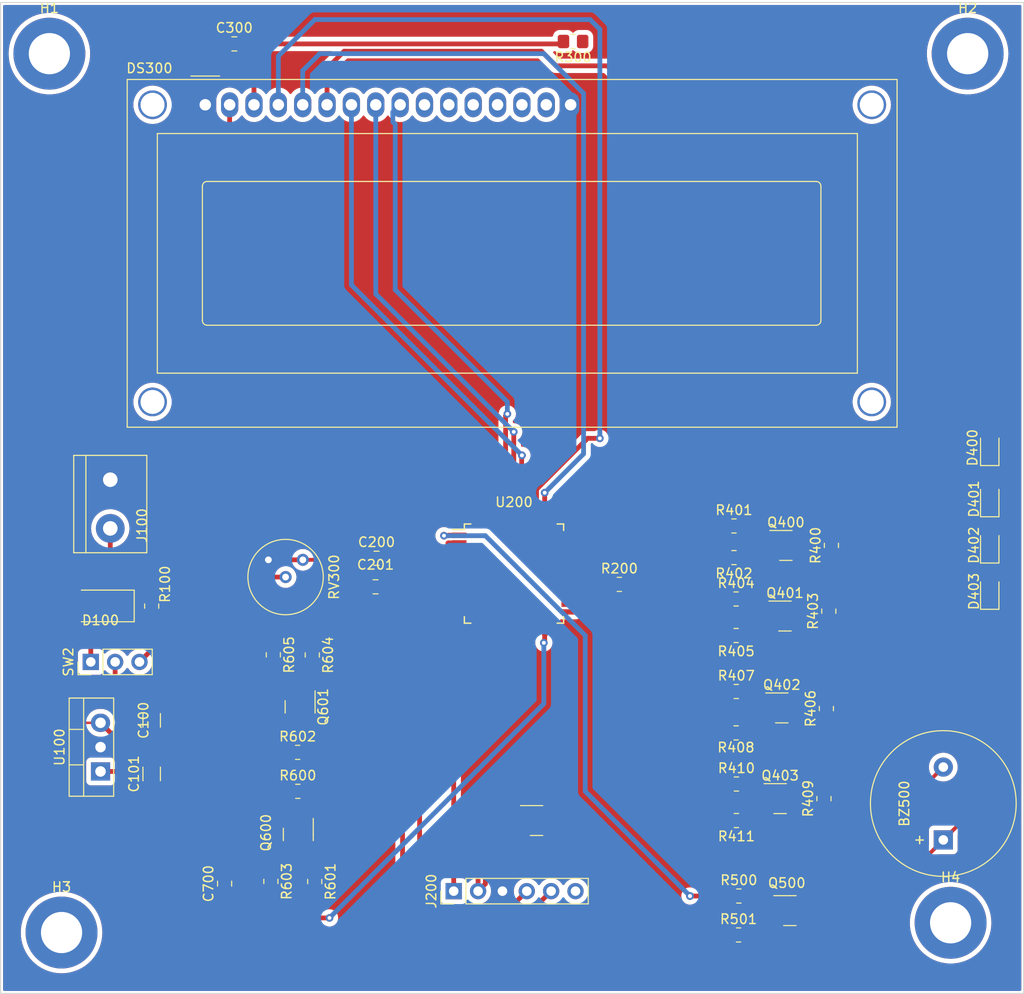
<source format=kicad_pcb>
(kicad_pcb (version 20221018) (generator pcbnew)
  (layers (0 "F.Cu" jumper) (31 "B.Cu" signal) (34 "B.Paste" user) (35 "F.Paste" user) (36 "B.SilkS" user "B.Silkscreen") (37 "F.SilkS" user "F.Silkscreen") (38 "B.Mask" user) (39 "F.Mask" user) (44 "Edge.Cuts" user))
  (net 0 "")
  (net 1 "Net-(DS300-LED(+))")
  (net 3 "/ALB")
  (net 4 "Net-(SW2-C)")
  (net 5 "/D4")
  (net 6 "/D5")
  (net 7 "/D6")
  (net 8 "/D7")
  (net 9 "/MCLR")
  (net 10 "Net-(Q601-B)")
  (net 13 "Net-(D403-K)")
  (net 19 "Net-(Q400-B)")
  (net 20 "Net-(Q401-C)")
  (net 21 "Net-(Q401-B)")
  (net 22 "Net-(Q402-C)")
  (net 24 "Net-(Q402-B)")
  (net 26 "Net-(Q403-C)")
  (net 31 "Net-(Q403-B)")
  (net 32 "Net-(Q500-B)")
  (net 35 "/E")
  (net 38 "/R{slash}W")
  (net 39 "/RS")
  (net 40 "Net-(D402-K)")
  (net 41 "/D0")
  (net 42 "/D1")
  (net 43 "/D2")
  (net 44 "/D3")
  (net 45 "GND")
  (net 46 "/GALBEN")
  (net 47 "Net-(Q601-C)")
  (net 48 "Net-(Q400-C)")
  (net 49 "/BAT")
  (net 50 "Net-(DS300-VO)")
  (net 51 "Net-(SW2-B)")
  (net 52 "/ICSPCLK")
  (net 53 "/ICSPDAT")
  (net 54 "Net-(D100-K)")
  (net 55 "Net-(D401-K)")
  (net 56 "/VERDE")
  (net 57 "/LVP")
  (net 58 "Net-(D400-K)")
  (net 59 "/ROSU")
  (net 60 "Net-(BZ500-+)")
  (net 61 "Net-(Q600-B)")
  (net 62 "Net-(Q600-C)")
  (net 63 "/5V")
  (net 64 "/TEMP")
  (net 65 "/COM_MON_BAT")
  (net 66 "/MON_BAT")
  (net 67 "/BUZZER")
  (footprint "Package_TO_SOT_SMD:SOT-23" (layer "F.Cu") (at 157.48 123.698)
    (fp_text reference "Q500")
    (fp_text value "BC817")
  )
  (footprint "Capacitor_SMD:C_1206_3216Metric_Pad1.33x1.80mm_HandSolder" (layer "F.Cu") (at 90.932 103.8475 90)
    (fp_text reference "C100")
    (fp_text value "22u")
  )
  (footprint "Resistor_SMD:R_0805_2012Metric_Pad1.20x1.40mm_HandSolder" (layer "F.Cu") (at 151.892 100.838)
    (fp_text reference "R407")
    (fp_text value "1K")
  )
  (footprint "Resistor_SMD:R_0805_2012Metric_Pad1.20x1.40mm_HandSolder" (layer "F.Cu") (at 151.908 114.3 180)
    (fp_text reference "R411")
    (fp_text value "10K")
  )
  (footprint "MountingHole:MountingHole_4.3mm_M4_DIN965_Pad" (layer "F.Cu") (at 176.022 34.29)
    (fp_text reference "H2")
    (fp_text value "MountingHole" hide)
  )
  (footprint "Resistor_SMD:R_0805_2012Metric_Pad1.20x1.40mm_HandSolder" (layer "F.Cu") (at 103.616 97.012 -90)
    (fp_text reference "R605")
    (fp_text value "10K")
  )
  (footprint "Resistor_SMD:R_0805_2012Metric_Pad1.20x1.40mm_HandSolder" (layer "F.Cu") (at 151.876 94.996 180)
    (fp_text reference "R405")
    (fp_text value "10K")
  )
  (footprint "Resistor_SMD:R_0805_2012Metric_Pad1.20x1.40mm_HandSolder" (layer "F.Cu") (at 103.362 120.65 -90)
    (fp_text reference "R603")
    (fp_text value "1K")
  )
  (footprint "Resistor_SMD:R_0805_2012Metric_Pad1.20x1.40mm_HandSolder" (layer "F.Cu") (at 90.932 91.9255 -90)
    (fp_text reference "R100")
    (fp_text value "10K")
  )
  (footprint "Resistor_SMD:R_0805_2012Metric_Pad1.20x1.40mm_HandSolder" (layer "F.Cu") (at 107.68 97.028 -90)
    (fp_text reference "R604")
    (fp_text value "1K")
  )
  (footprint "LED_SMD:LED_0805_2012Metric_Pad1.15x1.40mm_HandSolder" (layer "F.Cu") (at 178.324 75.404 90)
    (fp_text reference "D400")
    (fp_text value "LED")
  )
  (footprint "Capacitor_SMD:C_0805_2012Metric_Pad1.18x1.45mm_HandSolder" (layer "F.Cu") (at 114.378 86.9345)
    (fp_text reference "C200")
    (fp_text value "100n")
  )
  (footprint "Buzzer_Beeper:Buzzer_15x7.5RM7.6" (layer "F.Cu") (at 173.482 116.322 90)
    (fp_text reference "BZ500")
    (fp_text value "Buzzer")
  )
  (footprint "Resistor_SMD:R_0805_2012Metric_Pad1.20x1.40mm_HandSolder" (layer "F.Cu") (at 151.876 105.156 180)
    (fp_text reference "R408")
    (fp_text value "10K")
  )
  (footprint "Resistor_SMD:R_0805_2012Metric_Pad1.20x1.40mm_HandSolder" (layer "F.Cu") (at 106.156 107.188)
    (fp_text reference "R602")
    (fp_text value "1K")
  )
  (footprint "MountingHole:MountingHole_4.3mm_M4_DIN965_Pad" (layer "F.Cu") (at 81.534 125.984)
    (fp_text reference "H3")
    (fp_text value "MountingHole")
  )
  (footprint "Resistor_SMD:R_0805_2012Metric_Pad1.20x1.40mm_HandSolder" (layer "F.Cu") (at 151.876 91.186)
    (fp_text reference "R404")
    (fp_text value "1K")
  )
  (footprint "Capacitor_SMD:C_1206_3216Metric_Pad1.33x1.80mm_HandSolder" (layer "F.Cu") (at 90.932 109.4355 90)
    (fp_text reference "C101")
    (fp_text value "22u")
  )
  (footprint "Resistor_SMD:R_0805_2012Metric_Pad1.20x1.40mm_HandSolder" (layer "F.Cu") (at 152.162 122.174)
    (fp_text reference "R500")
    (fp_text value "1K")
  )
  (footprint "Package_QFP:TQFP-44_10x10mm_P0.8mm" (layer "F.Cu") (at 128.714 88.534)
    (fp_text reference "U200")
    (fp_text value "PIC16F1937-IPT" hide)
  )
  (footprint "Package_TO_SOT_SMD:SOT-23" (layer "F.Cu") (at 157.0665 85.598)
    (fp_text reference "Q400")
    (fp_text value "BC817")
  )
  (footprint "Connector_PinHeader_2.54mm:PinHeader_1x06_P2.54mm_Vertical" (layer "F.Cu") (at 122.428 121.666 90)
    (fp_text reference "J200")
    (fp_text value "Conn_01x06")
  )
  (footprint "Resistor_SMD:R_0805_2012Metric_Pad1.20x1.40mm_HandSolder" (layer "F.Cu") (at 106.172 111.252)
    (fp_text reference "R600")
    (fp_text value "10K")
  )
  (footprint "Resistor_SMD:R_0805_2012Metric_Pad1.20x1.40mm_HandSolder" (layer "F.Cu") (at 161.544 92.456 90)
    (fp_text reference "R403")
    (fp_text value "280")
  )
  (footprint "Display:WC1602A" (layer "F.Cu") (at 96.52 39.624)
    (fp_text reference "DS300")
    (fp_text value "WC1602A")
  )
  (footprint "Resistor_SMD:R_0805_2012Metric_Pad1.20x1.40mm_HandSolder" (layer "F.Cu") (at 161.29 102.616 90)
    (fp_text reference "R406")
    (fp_text value "280")
  )
  (footprint "Resistor_SMD:R_0805_2012Metric_Pad1.20x1.40mm_HandSolder" (layer "F.Cu") (at 134.874 33.02 180)
    (fp_text reference "R300")
    (fp_text value "100")
  )
  (footprint "Capacitor_SMD:C_0805_2012Metric_Pad1.18x1.45mm_HandSolder" (layer "F.Cu") (at 99.5465 33.274)
    (fp_text reference "C300")
    (fp_text value "100nF")
  )
  (footprint "Capacitor_SMD:C_0805_2012Metric_Pad1.18x1.45mm_HandSolder" (layer "F.Cu") (at 114.2785 89.916)
    (fp_text reference "C201")
    (fp_text value "100n")
  )
  (footprint "Package_TO_SOT_SMD:SOT-23" (layer "F.Cu") (at 156.972 92.964)
    (fp_text reference "Q401")
    (fp_text value "BC817")
  )
  (footprint "LED_SMD:LED_0805_2012Metric_Pad1.15x1.40mm_HandSolder" (layer "F.Cu") (at 178.324 80.747 90)
    (fp_text reference "D401")
    (fp_text value "LED")
  )
  (footprint "LED_SMD:LED_0805_2012Metric_Pad1.15x1.40mm_HandSolder" (layer "F.Cu") (at 178.324 90.399 90)
    (fp_text reference "D403")
    (fp_text value "LED")
  )
  (footprint "TerminalBlock:TerminalBlock_bornier-2_P5.08mm" (layer "F.Cu") (at 86.614 78.74 -90)
    (fp_text reference "J100")
    (fp_text value "Conn_01x02")
  )
  (footprint "Package_TO_SOT_SMD:SOT-23" (layer "F.Cu") (at 106.222 115.7455 -90)
    (fp_text reference "Q600")
    (fp_text value "BC807")
  )
  (footprint "Resistor_SMD:R_0805_2012Metric_Pad1.20x1.40mm_HandSolder" (layer "F.Cu") (at 151.908 110.49)
    (fp_text reference "R410")
    (fp_text value "1K")
  )
  (footprint "Package_TO_SOT_SMD:SOT-23" (layer "F.Cu") (at 156.464 112.014)
    (fp_text reference "Q403")
    (fp_text value "BC817")
  )
  (footprint "Connector_PinHeader_2.54mm:PinHeader_1x03_P2.54mm_Vertical" (layer "F.Cu") (at 84.582 97.7515 90)
    (fp_text reference "SW2")
    (fp_text value "SW_SPDT")
  )
  (footprint "Resistor_SMD:R_0805_2012Metric_Pad1.20x1.40mm_HandSolder" (layer "F.Cu") (at 139.7 89.662)
    (fp_text reference "R200")
    (fp_text value "10k")
  )
  (footprint "Resistor_SMD:R_0805_2012Metric_Pad1.20x1.40mm_HandSolder" (layer "F.Cu") (at 161.814 85.598 90)
    (fp_text reference "R400")
    (fp_text value "280")
  )
  (footprint "Potentiometer_THT:Potentiometer_Bourns_3339H_Vertical" (layer "F.Cu") (at 103.102 87.1 -90)
    (fp_text reference "RV300")
    (fp_text value "10k")
  )
  (footprint "MountingHole:MountingHole_4.3mm_M4_DIN965_Pad" (layer "F.Cu") (at 174.244 124.968)
    (fp_text reference "H4")
    (fp_text value "MountingHole")
  )
  (footprint "MountingHole:MountingHole_4.3mm_M4_DIN965_Pad" (layer "F.Cu") (at 80.264 34.29)
    (fp_text reference "H1")
    (fp_text value "MountingHole")
  )
  (footprint "Diode_SMD:D_SMA" (layer "F.Cu") (at 85.598 91.9095 180)
    (fp_text reference "D100")
    (fp_text value "US1A")
  )
  (footprint "Resistor_SMD:R_0805_2012Metric_Pad1.20x1.40mm_HandSolder" (layer "F.Cu") (at 161.036 112.014 90)
    (fp_text reference "R409")
    (fp_text value "280")
  )
  (footprint "LED_SMD:LED_0805_2012Metric_Pad1.15x1.40mm_HandSolder" (layer "F.Cu") (at 178.324 85.573 90)
    (fp_text reference "D402")
    (fp_text value "LED")
  )
  (footprint "Package_TO_SOT_SMD:SOT-23" (layer "F.Cu") (at 131.064 114.3)
    (fp_text reference "U700" hide)
    (fp_text value "MCP9700x-ETT")
  )
  (footprint "Package_TO_SOT_SMD:SOT-23" (layer "F.Cu") (at 106.41 102.4405 -90)
    (fp_text reference "Q601")
    (fp_text value "BC817")
  )
  (footprint "Resistor_SMD:R_0805_2012Metric_Pad1.20x1.40mm_HandSolder" (layer "F.Cu") (at 151.654 86.868 180)
    (fp_text reference "R402")
    (fp_text value "10K")
  )
  (footprint "Resistor_SMD:R_0805_2012Metric_Pad1.20x1.40mm_HandSolder" (layer "F.Cu") (at 107.934 120.666 -90)
    (fp_text reference "R601")
    (fp_text value "3K")
  )
  (footprint "Capacitor_SMD:C_0805_2012Metric_Pad1.18x1.45mm_HandSolder" (layer "F.Cu") (at 98.536 120.8825 90)
    (fp_text reference "C700")
    (fp_text value "100n")
  )
  (footprint "Package_TO_SOT_THT:TO-220-3_Vertical" (layer "F.Cu") (at 85.598 109.1815 90)
    (fp_text reference "U100")
    (fp_text value "LM7805_TO220")
  )
  (footprint "Resistor_SMD:R_0805_2012Metric_Pad1.20x1.40mm_HandSolder" (layer "F.Cu") (at 152.13 126.238)
    (fp_text reference "R501")
    (fp_text value "10K")
  )
  (footprint "Resistor_SMD:R_0805_2012Metric_Pad1.20x1.40mm_HandSolder" (layer "F.Cu") (at 151.654 83.566)
    (fp_text reference "R401")
    (fp_text value "1K")
  )
  (footprint "Package_TO_SOT_SMD:SOT-23" (layer "F.Cu") (at 156.6395 102.55)
    (fp_text reference "Q402")
    (fp_text value "BC817")
  )
  (gr_rect (start 75.184 28.956) (end 181.864 132.334) (stroke (width 0.1)) (fill none) (layer "Edge.Cuts"))
  (segment (start 89.662 97.7515) (end 92.964 94.4495) (width 0.5) (layer "F.Cu") (net 4))
  (segment (start 92.964 94.4495) (end 92.964 91.948) (width 0.5) (layer "F.Cu") (net 4))
  (segment (start 91.4465 90.9255) (end 90.932 90.9255) (width 0.5) (layer "F.Cu") (net 4))
  (segment (start 91.694 90.678) (end 91.4465 90.9255) (width 0.5) (layer "F.Cu") (net 4))
  (segment (start 92.964 91.948) (end 91.694 90.678) (width 0.5) (layer "F.Cu") (net 4))
  (segment (start 121.862082 85.334) (end 123.014 85.334) (width 0.5) (layer "F.Cu") (net 5))
  (segment (start 121.822 85.432) (end 121.822 85.374082) (width 0.5) (layer "F.Cu") (net 5))
  (segment (start 121.822 85.374082) (end 121.862082 85.334) (width 0.5) (layer "F.Cu") (net 5))
  (segment (start 123.014 87.734) (end 121.764 87.734) (width 0.5) (layer "F.Cu") (net 8))
  (segment (start 122.428 121.666) (end 122.428 106.426) (width 0.5) (layer "F.Cu") (net 9))
  (segment (start 129.514 94.234) (end 129.514 99.34) (width 0.5) (layer "F.Cu") (net 9))
  (segment (start 129.514 99.34) (end 122.428 106.426) (width 0.5) (layer "F.Cu") (net 9))
  (segment (start 107.36 101.503) (end 107.36 98.348) (width 0.5) (layer "F.Cu") (net 10))
  (segment (start 107.664 98.012) (end 107.68 98.028) (width 0.4) (layer "F.Cu") (net 10))
  (segment (start 103.616 98.012) (end 107.664 98.012) (width 0.4) (layer "F.Cu") (net 10))
  (segment (start 107.36 98.348) (end 107.68 98.028) (width 0.5) (layer "F.Cu") (net 10))
  (segment (start 103.632 98.028) (end 103.616 98.012) (width 0.4) (layer "F.Cu") (net 10))
  (segment (start 178.07 91.678) (end 178.324 91.424) (width 0.25) (layer "F.Cu") (net 13))
  (segment (start 161.036 111.014) (end 161.528 111.014) (width 0.25) (layer "F.Cu") (net 13))
  (segment (start 178.324 91.424) (end 178.324 93.726) (width 0.25) (layer "F.Cu") (net 13))
  (segment (start 178.324 93.726) (end 161.036 111.014) (width 0.25) (layer "F.Cu") (net 13))
  (segment (start 152.654 83.566) (end 152.654 86.868) (width 0.25) (layer "F.Cu") (net 19))
  (segment (start 152.654 83.566) (end 155.047 83.566) (width 0.25) (layer "F.Cu") (net 19))
  (segment (start 155.047 83.566) (end 156.129 84.648) (width 0.25) (layer "F.Cu") (net 19))
  (segment (start 157.9095 92.964) (end 161.052 92.964) (width 0.25) (layer "F.Cu") (net 20))
  (segment (start 161.052 92.964) (end 161.544 93.456) (width 0.25) (layer "F.Cu") (net 20))
  (segment (start 153.704 92.014) (end 156.0345 92.014) (width 0.25) (layer "F.Cu") (net 21))
  (segment (start 152.876 91.186) (end 152.876 94.996) (width 0.25) (layer "F.Cu") (net 21))
  (segment (start 152.876 91.186) (end 153.704 92.014) (width 0.25) (layer "F.Cu") (net 21))
  (segment (start 160.224 102.55) (end 161.29 103.616) (width 0.25) (layer "F.Cu") (net 22))
  (segment (start 157.577 102.55) (end 160.224 102.55) (width 0.25) (layer "F.Cu") (net 22))
  (segment (start 153.654 101.6) (end 152.892 100.838) (width 0.3) (layer "F.Cu") (net 24))
  (segment (start 155.702 101.6) (end 153.654 101.6) (width 0.3) (layer "F.Cu") (net 24))
  (segment (start 152.876 100.854) (end 152.892 100.838) (width 0.3) (layer "F.Cu") (net 24))
  (segment (start 152.876 105.156) (end 152.876 100.854) (width 0.3) (layer "F.Cu") (net 24))
  (segment (start 160.036 112.014) (end 161.036 113.014) (width 0.25) (layer "F.Cu") (net 26))
  (segment (start 157.4015 112.014) (end 160.036 112.014) (width 0.25) (layer "F.Cu") (net 26))
  (segment (start 152.908 110.49) (end 153.482 111.064) (width 0.25) (layer "F.Cu") (net 31))
  (segment (start 153.482 111.064) (end 155.5265 111.064) (width 0.25) (layer "F.Cu") (net 31))
  (segment (start 152.908 114.3) (end 152.908 110.49) (width 0.25) (layer "F.Cu") (net 31))
  (segment (start 156.5425 122.748) (end 153.736 122.748) (width 0.5) (layer "F.Cu") (net 32))
  (segment (start 153.13 122.206) (end 153.162 122.174) (width 0.5) (layer "F.Cu") (net 32))
  (segment (start 153.736 122.748) (end 153.162 122.174) (width 0.5) (layer "F.Cu") (net 32))
  (segment (start 153.13 126.238) (end 153.13 122.206) (width 0.5) (layer "F.Cu") (net 32))
  (segment (start 134.414 85.334) (end 135.539 85.334) (width 0.5) (layer "F.Cu") (net 35))
  (segment (start 109.22 35.814) (end 109.22 39.624) (width 0.5) (layer "F.Cu") (net 35))
  (segment (start 139.446 81.427) (end 139.446 36.576) (width 0.5) (layer "F.Cu") (net 35))
  (segment (start 135.539 85.334) (end 139.446 81.427) (width 0.5) (layer "F.Cu") (net 35))
  (segment (start 133.096 35.56) (end 131.572 34.036) (width 0.5) (layer "F.Cu") (net 35))
  (segment (start 110.998 34.036) (end 109.22 35.814) (width 0.5) (layer "F.Cu") (net 35))
  (segment (start 138.43 35.56) (end 133.096 35.56) (width 0.5) (layer "F.Cu") (net 35))
  (segment (start 139.446 36.576) (end 138.43 35.56) (width 0.5) (layer "F.Cu") (net 35))
  (segment (start 131.572 34.036) (end 110.998 34.036) (width 0.5) (layer "F.Cu") (net 35))
  (segment (start 131.826 80.01) (end 131.914 80.098) (width 0.5) (layer "F.Cu") (net 38))
  (segment (start 131.914 82.834) (end 131.914 80.098) (width 0.5) (layer "F.Cu") (net 38))
  (via (at 131.914 80.098) (size 0.8) (drill 0.4) (layers "F.Cu" "B.Cu") (net 38))
  (segment (start 131.914 80.098) (end 135.97 76.042) (width 0.5) (layer "B.Cu") (net 38))
  (segment (start 108.458 34.29) (end 106.68 36.068) (width 0.5) (layer "B.Cu") (net 38))
  (segment (start 135.97 76.042) (end 135.97 38.434) (width 0.5) (layer "B.Cu") (net 38))
  (segment (start 106.68 36.068) (end 106.68 39.624) (width 0.5) (layer "B.Cu") (net 38))
  (segment (start 135.97 38.434) (end 131.826 34.29) (width 0.5) (layer "B.Cu") (net 38))
  (segment (start 131.826 34.29) (end 108.458 34.29) (width 0.5) (layer "B.Cu") (net 38))
  (segment (start 131.114 82.834) (end 131.064 82.784) (width 0.5) (layer "F.Cu") (net 39))
  (segment (start 131.064 82.784) (end 131.064 79.745918) (width 0.5) (layer "F.Cu") (net 39))
  (segment (start 136.387918 74.422) (end 137.668 74.422) (width 0.5) (layer "F.Cu") (net 39))
  (segment (start 136.133918 74.676) (end 136.144 74.676) (width 0.5) (layer "F.Cu") (net 39))
  (segment (start 131.064 79.745918) (end 136.387918 74.422) (width 0.5) (layer "F.Cu") (net 39))
  (via (at 137.668 74.422) (size 0.8) (drill 0.4) (layers "F.Cu" "B.Cu") (net 39))
  (segment (start 137.668 31.75) (end 136.652 30.734) (width 0.5) (layer "B.Cu") (net 39))
  (segment (start 136.652 30.734) (end 107.95 30.734) (width 0.5) (layer "B.Cu") (net 39))
  (segment (start 107.95 30.734) (end 104.14 34.544) (width 0.5) (layer "B.Cu") (net 39))
  (segment (start 104.14 34.544) (end 104.14 39.624) (width 0.5) (layer "B.Cu") (net 39))
  (segment (start 137.668 74.422) (end 137.668 31.75) (width 0.5) (layer "B.Cu") (net 39))
  (segment (start 178.324 86.598) (end 163.306 101.616) (width 0.4) (layer "F.Cu") (net 40))
  (segment (start 163.306 101.616) (end 161.29 101.616) (width 0.4) (layer "F.Cu") (net 40))
  (segment (start 129.514 82.834) (end 129.514 76.226) (width 0.5) (layer "F.Cu") (net 41))
  (segment (start 129.514 76.226) (end 129.54 76.2) (width 0.5) (layer "F.Cu") (net 41))
  (via (at 129.54 76.2) (size 0.8) (drill 0.4) (layers "F.Cu" "B.Cu") (net 41))
  (via (at 129.54 76.2) (size 0.8) (drill 0.4) (layers "F.Cu" "B.Cu") (net 41))
  (segment (start 111.76 39.624) (end 111.76 58.42) (width 0.5) (layer "B.Cu") (net 41))
  (segment (start 111.76 58.42) (end 129.54 76.2) (width 0.5) (layer "B.Cu") (net 41))
  (segment (start 128.69 82.81) (end 128.69 73.748) (width 0.5) (layer "F.Cu") (net 42))
  (segment (start 128.778 73.66) (end 128.69 73.748) (width 0.5) (layer "F.Cu") (net 42))
  (segment (start 128.714 82.834) (end 128.69 82.81) (width 0.5) (layer "F.Cu") (net 42))
  (via (at 128.69 73.748) (size 0.8) (drill 0.4) (layers "F.Cu" "B.Cu") (net 42))
  (segment (start 128.69 73.748) (end 114.3 59.358) (width 0.5) (layer "B.Cu") (net 42))
  (segment (start 114.3 59.358) (end 114.3 39.624) (width 0.5) (layer "B.Cu") (net 42))
  (segment (start 127.914 82.834) (end 127.84 82.76) (width 0.5) (layer "F.Cu") (net 43))
  (segment (start 127.84 82.76) (end 127.84 72.058) (width 0.5) (layer "F.Cu") (net 43))
  (segment (start 127.84 72.058) (end 128.020688 71.877312) (width 0.5) (layer "F.Cu") (net 43))
  (via (at 128.020688 71.877312) (size 0.8) (drill 0.4) (layers "F.Cu" "B.Cu") (net 43))
  (segment (start 128.020688 70.616688) (end 116.332 58.928) (width 0.5) (layer "B.Cu") (net 43))
  (segment (start 116.332 58.928) (end 116.332 41.656) (width 0.5) (layer "B.Cu") (net 43))
  (segment (start 116.332 41.656) (end 116.078 41.402) (width 0.5) (layer "B.Cu") (net 43))
  (segment (start 116.078 41.402) (end 116.078 40.386) (width 0.5) (layer "B.Cu") (net 43))
  (segment (start 128.020688 71.877312) (end 128.020688 70.616688) (width 0.5) (layer "B.Cu") (net 43))
  (segment (start 116.078 40.386) (end 116.84 39.624) (width 0.5) (layer "B.Cu") (net 43))
  (segment (start 115.062 87.1225) (end 115.062 87.6295) (width 0.4) (layer "F.Cu") (net 45))
  (segment (start 98.536 119.65) (end 98.536 119.845) (width 0.3) (layer "F.Cu") (net 45))
  (segment (start 147.978 87.734) (end 134.414 87.734) (width 0.25) (layer "F.Cu") (net 45))
  (segment (start 150.876 114.332) (end 150.908 114.3) (width 0.2) (layer "F.Cu") (net 45))
  (segment (start 115.0405 87.144) (end 115.062 87.1225) (width 0.4) (layer "F.Cu") (net 45))
  (segment (start 155.5265 112.964) (end 155.5265 113.259317) (width 0.2) (layer "F.Cu") (net 45))
  (segment (start 156.5425 124.648) (end 156.509949 124.648) (width 0.5) (layer "F.Cu") (net 45))
  (segment (start 150.654 86.868) (end 148.844 86.868) (width 0.25) (layer "F.Cu") (net 45))
  (segment (start 98.071 119.38) (end 98.012 119.38) (width 0.25) (layer "F.Cu") (net 45))
  (segment (start 105.46 101.503) (end 105.458472 101.503) (width 0.3) (layer "F.Cu") (net 45))
  (segment (start 155.57 103.632) (end 155.702 103.5) (width 0.25) (layer "F.Cu") (net 45))
  (segment (start 148.844 86.868) (end 147.978 87.734) (width 0.25) (layer "F.Cu") (net 45))
  (segment (start 85.598 106.6415) (end 85.9105 106.6415) (width 0.5) (layer "F.Cu") (net 45))
  (segment (start 105.156 104.632) (end 106.41 103.378) (width 0.5) (layer "F.Cu") (net 47))
  (segment (start 105.156 107.188) (end 105.156 104.632) (width 0.5) (layer "F.Cu") (net 47))
  (segment (start 159.004 86.598) (end 161.814 86.598) (width 0.25) (layer "F.Cu") (net 48))
  (segment (start 158.004 85.598) (end 159.004 86.598) (width 0.25) (layer "F.Cu") (net 48))
  (segment (start 105.272 114.808) (end 105.272 113.152) (width 0.5) (layer "F.Cu") (net 49))
  (segment (start 95.504 113.03) (end 97.028 114.554) (width 0.5) (layer "F.Cu") (net 49))
  (segment (start 97.028 114.554) (end 105.018 114.554) (width 0.5) (layer "F.Cu") (net 49))
  (segment (start 86.6075 88.9) (end 86.614 88.8935) (width 0.5) (layer "F.Cu") (net 49))
  (segment (start 105.018 114.554) (end 105.272 114.808) (width 0.5) (layer "F.Cu") (net 49))
  (segment (start 91.694 88.9) (end 94.234 91.44) (width 0.5) (layer "F.Cu") (net 49))
  (segment (start 94.234 91.44) (end 94.234 105.41) (width 0.5) (layer "F.Cu") (net 49))
  (segment (start 95.504 106.68) (end 95.504 113.03) (width 0.5) (layer "F.Cu") (net 49))
  (segment (start 83.598 91.9095) (end 86.6075 88.9) (width 0.5) (layer "F.Cu") (net 49))
  (segment (start 86.614 88.8935) (end 86.614 83.82) (width 0.5) (layer "F.Cu") (net 49))
  (segment (start 94.234 105.41) (end 95.504 106.68) (width 0.5) (layer "F.Cu") (net 49))
  (segment (start 107.172 111.252) (end 107.188 111.268) (width 0.5) (layer "F.Cu") (net 49))
  (segment (start 105.272 113.152) (end 107.172 111.252) (width 0.5) (layer "F.Cu") (net 49))
  (segment (start 86.6075 88.9) (end 91.694 88.9) (width 0.5) (layer "F.Cu") (net 49))
  (segment (start 96.266 36.068) (end 100.838 36.068) (width 0.5) (layer "F.Cu") (net 50))
  (segment (start 104.898051 88.896051) (end 103.3707 88.896051) (width 0.5) (layer "F.Cu") (net 50))
  (segment (start 93.98 38.354) (end 96.266 36.068) (width 0.5) (layer "F.Cu") (net 50))
  (segment (start 100.838 36.068) (end 101.6 36.83) (width 0.5) (layer "F.Cu") (net 50))
  (segment (start 103.3707 88.896051) (end 93.98 79.505351) (width 0.5) (layer "F.Cu") (net 50))
  (segment (start 93.98 79.505351) (end 93.98 38.354) (width 0.5) (layer "F.Cu") (net 50))
  (segment (start 101.6 36.83) (end 101.6 39.624) (width 0.5) (layer "F.Cu") (net 50))
  (segment (start 89.662 105.41) (end 90.932 105.41) (width 0.5) (layer "F.Cu") (net 51))
  (segment (start 92.456 105.41) (end 90.932 105.41) (width 0.5) (layer "F.Cu") (net 51))
  (segment (start 87.884 110.998) (end 90.17 113.284) (width 0.5) (layer "F.Cu") (net 51))
  (segment (start 87.122 102.87) (end 89.662 105.41) (width 0.5) (layer "F.Cu") (net 51))
  (segment (start 87.3375 109.1815) (end 87.884 109.728) (width 0.5) (layer "F.Cu") (net 51))
  (segment (start 93.726 112.014) (end 93.726 106.68) (width 0.5) (layer "F.Cu") (net 51))
  (segment (start 87.884 109.728) (end 87.884 110.998) (width 0.5) (layer "F.Cu") (net 51))
  (segment (start 87.122 97.7515) (end 87.122 102.87) (width 0.5) (layer "F.Cu") (net 51))
  (segment (start 93.726 106.68) (end 92.456 105.41) (width 0.5) (layer "F.Cu") (net 51))
  (segment (start 85.598 109.1815) (end 87.3375 109.1815) (width 0.5) (layer "F.Cu") (net 51))
  (segment (start 92.456 113.284) (end 93.726 112.014) (width 0.5) (layer "F.Cu") (net 51))
  (segment (start 90.17 113.284) (end 92.456 113.284) (width 0.5) (layer "F.Cu") (net 51))
  (segment (start 128.524 125.73) (end 119.126 125.73) (width 0.5) (layer "F.Cu") (net 52))
  (segment (start 132.588 121.666) (end 128.524 125.73) (width 0.5) (layer "F.Cu") (net 52))
  (segment (start 117.094 123.698) (end 117.094 109.728) (width 0.5) (layer "F.Cu") (net 52))
  (segment (start 117.094 109.728) (end 127.914 98.908) (width 0.5) (layer "F.Cu") (net 52))
  (segment (start 119.126 125.73) (end 117.094 123.698) (width 0.5) (layer "F.Cu") (net 52))
  (segment (start 127.914 98.908) (end 127.914 94.234) (width 0.5) (layer "F.Cu") (net 52))
  (segment (start 128.714 99.09795) (end 119.126 108.68595) (width 0.5) (layer "F.Cu") (net 53))
  (segment (start 118.872 122.936) (end 119.888 123.952) (width 0.5) (layer "F.Cu") (net 53))
  (segment (start 127.762 123.952) (end 130.048 121.666) (width 0.5) (layer "F.Cu") (net 53))
  (segment (start 119.126 108.68595) (end 119.126 108.712) (width 0.5) (layer "F.Cu") (net 53))
  (segment (start 119.126 108.712) (end 118.872 108.966) (width 0.5) (layer "F.Cu") (net 53))
  (segment (start 118.872 108.966) (end 118.872 122.936) (width 0.5) (layer "F.Cu") (net 53))
  (segment (start 128.714 94.234) (end 128.714 99.09795) (width 0.5) (layer "F.Cu") (net 53))
  (segment (start 119.888 123.952) (end 127.762 123.952) (width 0.5) (layer "F.Cu") (net 53))
  (segment (start 87.598 93.25) (end 84.582 96.266) (width 0.5) (layer "F.Cu") (net 54))
  (segment (start 84.582 96.266) (end 84.582 97.7515) (width 0.5) (layer "F.Cu") (net 54))
  (segment (start 87.598 91.9095) (end 87.598 93.25) (width 0.5) (layer "F.Cu") (net 54))
  (segment (start 178.324 81.772) (end 168.64 91.456) (width 0.4) (layer "F.Cu") (net 55))
  (segment (start 168.64 91.456) (end 161.544 91.456) (width 0.4) (layer "F.Cu") (net 55))
  (segment (start 178.324 76.429) (end 170.155 84.598) (width 0.25) (layer "F.Cu") (net 58))
  (segment (start 170.155 84.598) (end 161.814 84.598) (width 0.25) (layer "F.Cu") (net 58))
  (segment (start 158.506 123.698) (end 158.4175 123.698) (width 0.4) (layer "F.Cu") (net 60))
  (segment (start 173.482 108.722) (end 158.506 123.698) (width 0.4) (layer "F.Cu") (net 60))
  (segment (start 107.442 110.102) (end 106.322 110.102) (width 0.5) (layer "F.Cu") (net 61))
  (segment (start 106.322 110.102) (end 105.172 111.252) (width 0.5) (layer "F.Cu") (net 61))
  (segment (start 107.156 109.816) (end 107.442 110.102) (width 0.5) (layer "F.Cu") (net 61))
  (segment (start 107.816 110.102) (end 107.442 110.102) (width 0.5) (layer "F.Cu") (net 61))
  (segment (start 107.156 107.188) (end 107.156 109.816) (width 0.5) (layer "F.Cu") (net 61))
  (segment (start 108.222 113.758) (end 108.222 110.508) (width 0.5) (layer "F.Cu") (net 61))
  (segment (start 108.222 110.508) (end 107.816 110.102) (width 0.5) (layer "F.Cu") (net 61))
  (segment (start 107.172 114.808) (end 108.222 113.758) (width 0.5) (layer "F.Cu") (net 61))
  (segment (start 107.934 121.666) (end 109.084 120.516) (width 0.5) (layer "F.Cu") (net 62))
  (segment (start 109.084 120.516) (end 109.084 118.99) (width 0.5) (layer "F.Cu") (net 62))
  (segment (start 109.084 118.99) (end 106.777 116.683) (width 0.5) (layer "F.Cu") (net 62))
  (segment (start 106.777 116.683) (end 106.222 116.683) (width 0.5) (layer "F.Cu") (net 62))
  (segment (start 96.012 77.724) (end 96.012 44.958) (width 0.5) (layer "F.Cu") (net 63))
  (segment (start 113.3405 86.9345) (end 113.175 87.1) (width 0.4) (layer "F.Cu") (net 63))
  (segment (start 98.79 122.174) (end 98.536 121.92) (width 0.3) (layer "F.Cu") (net 63))
  (segment (start 79.0325 104.1015) (end 85.598 104.1015) (width 0.25) (layer "F.Cu") (net 63))
  (segment (start 138.43 126.238) (end 141.478 129.286) (width 0.5) (layer "F.Cu") (net 63))
  (segment (start 98.536 121.92) (end 85.852 121.92) (width 0.25) (layer "F.Cu") (net 63))
  (segment (start 96.012 44.958) (end 99.06 41.91) (width 0.5) (layer "F.Cu") (net 63))
  (segment (start 179.349 85.573) (end 179.349 88.349) (width 0.25) (layer "F.Cu") (net 63))
  (segment (start 179.349 90.399) (end 178.324 89.374) (width 0.25) (layer "F.Cu") (net 63))
  (segment (start 99.06 41.91) (end 99.06 39.624) (width 0.5) (layer "F.Cu") (net 63))
  (segment (start 179.349 83.523) (end 178.324 84.548) (width 0.25) (layer "F.Cu") (net 63))
  (segment (start 98.298 122.158) (end 98.536 121.92) (width 0.5) (layer "F.Cu") (net 63))
  (segment (start 124.968 121.666) (end 124.968 119.38) (width 0.5) (layer "F.Cu") (net 63))
  (segment (start 126.238 118.11) (end 137.16 118.11) (width 0.5) (layer "F.Cu") (net 63))
  (segment (start 179.349 80.747) (end 179.349 83.523) (width 0.25) (layer "F.Cu") (net 63))
  (segment (start 122.94 89.408) (end 123.014 89.334) (width 0.4) (layer "F.Cu") (net 63))
  (segment (start 178.324 74.379) (end 179.349 75.404) (width 0.25) (layer "F.Cu") (net 63))
  (segment (start 133.62 33.274) (end 133.874 33.02) (width 0.5) (layer "F.Cu") (net 63))
  (segment (start 136.398 119.126) (end 137.414 120.142) (width 0.5) (layer "F.Cu") (net 63))
  (segment (start 113.904 92.568) (end 119.888 92.568) (width 0.4) (layer "F.Cu") (net 63))
  (segment (start 98.298 124.46) (end 98.298 122.158) (width 0.5) (layer "F.Cu") (net 63))
  (segment (start 127.762 113.284) (end 126.238 114.808) (width 0.5) (layer "F.Cu") (net 63))
  (segment (start 178.324 84.548) (end 179.349 85.573) (width 0.25) (layer "F.Cu") (net 63))
  (segment (start 179.349 75.404) (end 179.349 78.697) (width 0.25) (layer "F.Cu") (net 63))
  (segment (start 160.904 128.9) (end 160.772 129.032) (width 0.4) (layer "F.Cu") (net 63))
  (segment (start 130.1265 113.35) (end 130.0605 113.284) (width 0.5) (layer "F.Cu") (net 63))
  (segment (start 100.584 33.274) (end 101.092 33.782) (width 0.5) (layer "F.Cu") (net 63))
  (segment (start 113.241 87.034) (end 113.3405 86.9345) (width 0.4) (layer "F.Cu") (net 63))
  (segment (start 173.482 116.322) (end 179.424 110.38) (width 0.4) (layer "F.Cu") (net 63))
  (segment (start 113.241 89.916) (end 113.2625 89.8945) (width 0.4) (layer "F.Cu") (net 63))
  (segment (start 113.241 89.916) (end 113.584261 89.916) (width 0.4) (layer "F.Cu") (net 63))
  (segment (start 78.232 104.902) (end 79.0325 104.1015) (width 0.25) (layer "F.Cu") (net 63))
  (segment (start 179.349 78.697) (end 178.324 79.722) (width 0.25) (layer "F.Cu") (net 63))
  (segment (start 101.092 127.254) (end 98.298 124.46) (width 0.5) (layer "F.Cu") (net 63))
  (segment (start 141.478 129.286) (end 160.518 129.286) (width 0.5) (layer "F.Cu") (net 63))
  (segment (start 113.175 87.1) (end 106.694102 87.1) (width 0.4) (layer "F.Cu") (net 63))
  (segment (start 126.238 114.808) (end 126.238 118.11) (width 0.5) (layer "F.Cu") (net 63))
  (segment (start 125.73 119.888) (end 126.492 119.126) (width 0.5) (layer "F.Cu") (net 63))
  (segment (start 113.284 89.959) (end 113.284 91.948) (width 0.4) (layer "F.Cu") (net 63))
  (segment (start 90.424 110.998) (end 90.932 110.998) (width 0.5) (layer "F.Cu") (net 63))
  (segment (start 100.584 33.274) (end 133.62 33.274) (width 0.5) (layer "F.Cu") (net 63))
  (segment (start 179.424 90.474) (end 179.349 90.399) (width 0.4) (layer "F.Cu") (net 63))
  (segment (start 121.412 89.916) (end 121.92 89.408) (width 0.4) (layer "F.Cu") (net 63))
  (segment (start 124.968 121.666) (end 125.73 120.904) (width 0.5) (layer "F.Cu") (net 63))
  (segment (start 173.482 116.322) (end 160.904 128.9) (width 0.4) (layer "F.Cu") (net 63))
  (segment (start 88.9 109.474) (end 90.424 110.998) (width 0.5) (layer "F.Cu") (net 63))
  (segment (start 160.518 129.286) (end 160.904 128.9) (width 0.5) (layer "F.Cu") (net 63))
  (segment (start 138.43 119.38) (end 138.43 126.238) (width 0.5) (layer "F.Cu") (net 63))
  (segment (start 106.694102 87.1) (end 105.388 87.1) (width 0.5) (layer "F.Cu") (net 63))
  (segment (start 137.414 126.238) (end 136.398 127.254) (width 0.5) (layer "F.Cu") (net 63))
  (segment (start 85.852 121.92) (end 78.232 114.3) (width 0.25) (layer "F.Cu") (net 63))
  (segment (start 130.0605 113.284) (end 127.762 113.284) (width 0.5) (layer "F.Cu") (net 63))
  (segment (start 85.598 104.1015) (end 88.9 107.4035) (width 0.5) (layer "F.Cu") (net 63))
  (segment (start 137.414 120.142) (end 137.414 126.238) (width 0.5) (layer "F.Cu") (net 63))
  (segment (start 124.968 119.38) (end 126.238 118.11) (width 0.5) (layer "F.Cu") (net 63))
  (segment (start 126.492 119.126) (end 136.398 119.126) (width 0.5) (layer "F.Cu") (net 63))
  (segment (start 137.16 118.11) (end 138.43 119.38) (width 0.5) (layer "F.Cu") (net 63))
  (segment (start 119.888 92.568) (end 121.412 91.044) (width 0.4) (layer "F.Cu") (net 63))
  (segment (start 179.349 88.349) (end 178.324 89.374) (width 0.25) (layer "F.Cu") (net 63))
  (segment (start 98.282 121.666) (end 98.536 121.92) (width 0.25) (layer "F.Cu") (net 63))
  (segment (start 88.9 107.4035) (end 88.9 109.474) (width 0.5) (layer "F.Cu") (net 63))
  (segment (start 179.424 110.38) (end 179.424 90.474) (width 0.4) (layer "F.Cu") (net 63))
  (segment (start 121.412 91.044) (end 121.412 89.916) (width 0.4) (layer "F.Cu") (net 63))
  (segment (start 125.73 120.904) (end 125.73 119.888) (width 0.5) (layer "F.Cu") (net 63))
  (segment (start 113.241 89.916) (end 113.284 89.959) (width 0.4) (layer "F.Cu") (net 63))
  (segment (start 121.92 89.408) (end 122.94 89.408) (width 0.4) (layer "F.Cu") (net 63))
  (segment (start 136.398 127.254) (end 101.092 127.254) (width 0.5) (layer "F.Cu") (net 63))
  (segment (start 78.232 114.3) (end 78.232 104.902) (width 0.25) (layer "F.Cu") (net 63))
  (segment (start 178.324 79.722) (end 179.349 80.747) (width 0.25) (layer "F.Cu") (net 63))
  (segment (start 113.284 91.948) (end 113.904 92.568) (width 0.4) (layer "F.Cu") (net 63))
  (segment (start 113.241 89.916) (end 113.241 87.034) (width 0.4) (layer "F.Cu") (net 63))
  (segment (start 105.388 87.1) (end 96.012 77.724) (width 0.5) (layer "F.Cu") (net 63))
  (segment (start 123.014 91.734) (end 121.889 91.734) (width 0.5) (layer "F.Cu") (net 65))
  (segment (start 121.889 91.734) (end 120.405 93.218) (width 0.5) (layer "F.Cu") (net 65))
  (segment (start 108.966 93.218) (end 107.68 94.504) (width 0.5) (layer "F.Cu") (net 65))
  (segment (start 107.68 94.504) (end 107.68 96.028) (width 0.5) (layer "F.Cu") (net 65))
  (segment (start 120.405 93.218) (end 108.966 93.218) (width 0.5) (layer "F.Cu") (net 65))
  (segment (start 107.934 119.666) (end 106.868 118.6) (width 0.5) (layer "F.Cu") (net 66))
  (segment (start 131.914 95.67) (end 131.826 95.758) (width 0.5) (layer "F.Cu") (net 66))
  (segment (start 132.08 94.996) (end 132.08 94.488) (width 0.25) (layer "F.Cu") (net 66))
  (segment (start 100.838 120.142) (end 100.838 123.19) (width 0.5) (layer "F.Cu") (net 66))
  (segment (start 131.914 94.234) (end 131.914 95.67) (width 0.5) (layer "F.Cu") (net 66))
  (segment (start 102.38 118.6) (end 100.838 120.142) (width 0.5) (layer "F.Cu") (net 66))
  (segment (start 132.08 94.488) (end 132.114 94.454) (width 0.25) (layer "F.Cu") (net 66))
  (segment (start 105.41 124.46) (end 109.474 124.46) (width 0.5) (layer "F.Cu") (net 66))
  (segment (start 132.114 94.454) (end 132.114 93.726) (width 0.25) (layer "F.Cu") (net 66))
  (segment (start 100.838 123.19) (end 101.092 123.444) (width 0.5) (layer "F.Cu") (net 66))
  (segment (start 106.868 118.6) (end 102.38 118.6) (width 0.5) (layer "F.Cu") (net 66))
  (segment (start 105.346 119.666) (end 107.934 119.666) (width 0.5) (layer "F.Cu") (net 66))
  (segment (start 102.108 124.46) (end 105.41 124.46) (width 0.5) (layer "F.Cu") (net 66))
  (segment (start 103.362 121.65) (end 105.346 119.666) (width 0.5) (layer "F.Cu") (net 66))
  (segment (start 101.092 123.444) (end 102.108 124.46) (width 0.5) (layer "F.Cu") (net 66))
  (via (at 131.826 95.758) (size 0.8) (drill 0.4) (layers "F.Cu" "B.Cu") (net 66))
  (via (at 109.474 124.46) (size 0.8) (drill 0.4) (layers "F.Cu" "B.Cu") (net 66))
  (segment (start 131.826 102.108) (end 131.826 95.758) (width 0.5) (layer "B.Cu") (net 66))
  (segment (start 109.474 124.46) (end 131.826 102.108) (width 0.5) (layer "B.Cu") (net 66))
  (segment (start 121.841 84.582) (end 121.412 84.582) (width 0.5) (layer "F.Cu") (net 67))
  (segment (start 123.014 84.534) (end 121.889 84.534) (width 0.5) (layer "F.Cu") (net 67))
  (segment (start 121.889 84.534) (end 121.841 84.582) (width 0.5) (layer "F.Cu") (net 67))
  (segment (start 147.066 122.174) (end 151.162 122.174) (width 0.5) (layer "F.Cu") (net 67))
  (via (at 121.412 84.582) (size 0.8) (drill 0.4) (layers "F.Cu" "B.Cu") (net 67))
  (via (at 147.066 122.174) (size 0.8) (drill 0.4) (layers "F.Cu" "B.Cu") (net 67))
  (via (at 147.066 122.174) (size 0.8) (drill 0.4) (layers "F.Cu" "B.Cu") (net 67))
  (segment (start 136.144 111.252) (end 147.066 122.174) (width 0.5) (layer "B.Cu") (net 67))
  (segment (start 136.144 94.996) (end 136.144 111.252) (width 0.5) (layer "B.Cu") (net 67))
  (segment (start 121.412 84.582) (end 125.73 84.582) (width 0.5) (layer "B.Cu") (net 67))
  (segment (start 125.73 84.582) (end 136.144 94.996) (width 0.5) (layer "B.Cu") (net 67))
  (zone (net 45) (net_name "GND") (layer "F.Cu") (connect_pads yes (clearance 0.5)) (min_thickness 0.25) (fill yes (thermal_gap 0.5) (thermal_bridge_width 0.5))
    (polygon (pts (xy 75.438 29.21) (xy 181.61 29.21) (xy 181.61 132.08) (xy 75.438 132.08)))
  )
  (zone (net 45) (net_name "GND") (layer "B.Cu") (connect_pads yes (clearance 0.5)) (min_thickness 0.25) (fill yes (thermal_gap 0.5) (thermal_bridge_width 0.5))
    (polygon (pts (xy 75.438 29.21) (xy 181.61 29.21) (xy 181.61 132.08) (xy 75.438 132.08)))
  )
)
</source>
